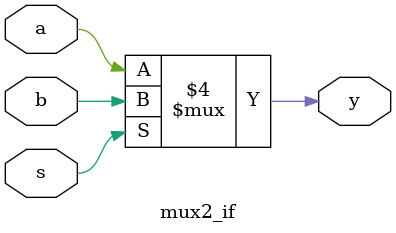
<source format=v>
module mux2_if(input a, input b, input s, output reg y);
always @(*) begin
if(s == 0)
y = a;
else
y = b;
end
endmodule




/*OUTPUT
meenakshi@meenakshi-Inspiron-3501:~/verilog/mux2to1_ifelse$ vvp mux2to1_ifelse.out
VCD info: dumpfile mux2to1_ifelse.vcd opened for output.
$time=0 |a=0| b=0| s=0 |y=0
$time=10 |a=1| b=0| s=0 |y=1
$time=20 |a=0| b=1| s=1 |y=1
$time=30 |a=1| b=1| s=1 |y=1
mux2to1_ifelse_tb.v:13: $finish called at 40 (1s)
*/

</source>
